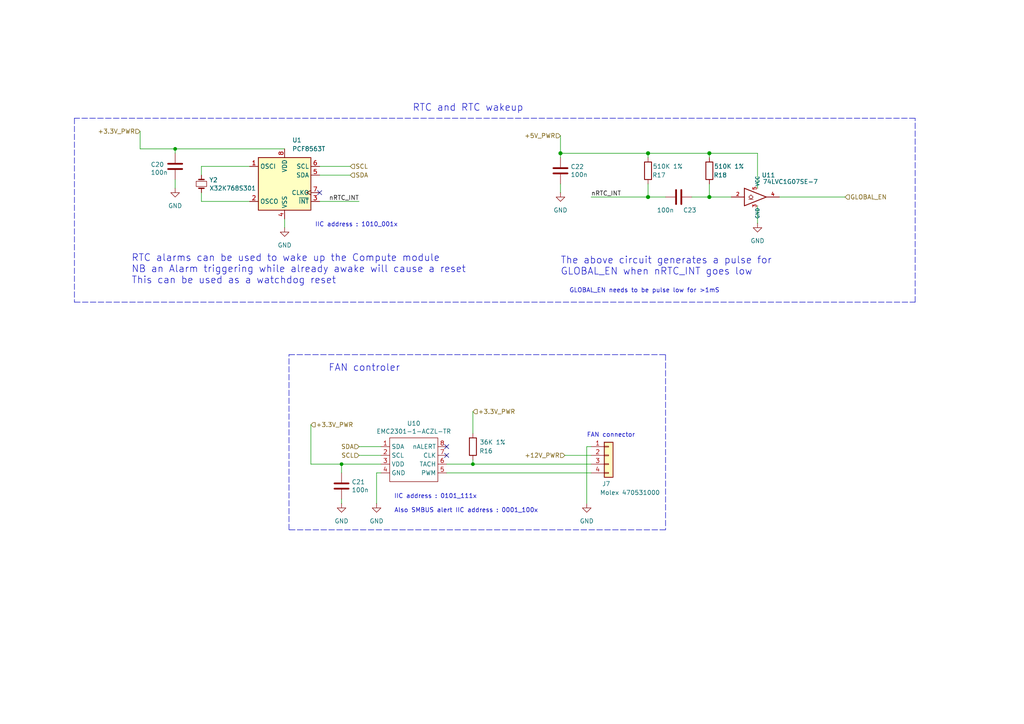
<source format=kicad_sch>
(kicad_sch (version 20231120) (generator "eeschema") (generator_version "8.0")
  (paper "A4")
  (lib_symbols
    (symbol "CM4IO:74LVC1G07_copy"
      (property "Reference" "U" (at -2.54 3.81 0))
      (property "Value" "74LVC1G07_copy" (at 0 -3.81 0))
      (symbol "74LVC1G07_copy_0_1"
        (polyline (pts (xy -2.54 -0.635) (xy -1.27 -0.635)))
        (polyline (pts (xy -3.81 2.54) (xy -3.81 -2.54) (xy 2.54 0) (xy -3.81 2.54)) (stroke (width 0.254)))
        (polyline (pts (xy -1.905 0.635) (xy -2.54 0) (xy -1.905 -0.635) (xy -1.27 0) (xy -1.905 0.635)))
      )
      (symbol "74LVC1G07_copy_1_1"
        (pin input line (at -7.62 0 0) (length 3.81) (name "~") (number "2"))
        (pin power_in line (at 0 -2.54 270) (length 0) (name "GND") (number "3"))
        (pin open_collector line (at 6.35 0 180) (length 3.81) (name "~") (number "4"))
        (pin power_in line (at 0 2.54 90) (length 0) (name "VCC") (number "5"))
      )
    )
    (symbol "CM4IO:EMC2301"
      (property "Reference" "U" (at -7.62 13.97 0))
      (property "Value" "EMC2301" (at -1.27 -1.27 0))
      (symbol "EMC2301_0_0"
        (pin open_collector line (at -11.43 10.16 0) (length 2.54) (name "SDA") (number "1"))
        (pin open_collector line (at -11.43 7.62 0) (length 2.54) (name "SCL") (number "2"))
        (pin power_in line (at -11.43 5.08 0) (length 2.54) (name "VDD") (number "3"))
        (pin power_in line (at -11.43 2.54 0) (length 2.54) (name "GND") (number "4"))
        (pin output line (at 7.62 2.54 180) (length 2.54) (name "PWM") (number "5"))
        (pin input line (at 7.62 5.08 180) (length 2.54) (name "TACH") (number "6"))
        (pin input line (at 7.62 7.62 180) (length 2.54) (name "CLK") (number "7"))
        (pin open_collector line (at 7.62 10.16 180) (length 2.54) (name "nALERT") (number "8"))
      )
      (symbol "EMC2301_0_1"
        (rectangle (start -8.89 12.7) (end 5.08 0))
      )
    )
    (symbol "Connector_Generic:Conn_01x04" (pin_names hide)
      (property "Reference" "J" (at 0 5.08 0))
      (property "Value" "Conn_01x04" (at 0 -7.62 0))
      (symbol "Conn_01x04_1_1"
        (rectangle (start -1.27 -4.953) (end 0 -5.207))
        (rectangle (start -1.27 -2.413) (end 0 -2.667))
        (rectangle (start -1.27 0.127) (end 0 -0.127))
        (rectangle (start -1.27 2.667) (end 0 2.413))
        (rectangle (start -1.27 3.81) (end 1.27 -6.35) (stroke (width 0.254)) (fill (type background)))
        (pin passive line (at -5.08 2.54 0) (length 3.81) (name "Pin_1") (number "1"))
        (pin passive line (at -5.08 0 0) (length 3.81) (name "Pin_2") (number "2"))
        (pin passive line (at -5.08 -2.54 0) (length 3.81) (name "Pin_3") (number "3"))
        (pin passive line (at -5.08 -5.08 0) (length 3.81) (name "Pin_4") (number "4"))
      )
    )
    (symbol "Device:C" (pin_numbers hide) (pin_names (offset 0.254))
      (property "Reference" "C" (at 0.635 2.54 0))
      (property "Value" "C" (at 0.635 -2.54 0))
      (symbol "C_0_1"
        (polyline (pts (xy -2.032 -0.762) (xy 2.032 -0.762)) (stroke (width 0.508)))
        (polyline (pts (xy -2.032 0.762) (xy 2.032 0.762)) (stroke (width 0.508)))
      )
      (symbol "C_1_1"
        (pin passive line (at 0 3.81 270) (length 2.794) (name "~") (number "1"))
        (pin passive line (at 0 -3.81 90) (length 2.794) (name "~") (number "2"))
      )
    )
    (symbol "Device:Crystal_Small" (pin_numbers hide) (pin_names hide)
      (property "Reference" "Y" (at 0 2.54 0))
      (property "Value" "Crystal_Small" (at 0 -2.54 0))
      (symbol "Crystal_Small_0_1"
        (rectangle (start -0.762 -1.524) (end 0.762 1.524))
        (polyline (pts (xy -1.27 -0.762) (xy -1.27 0.762)) (stroke (width 0.381)))
        (polyline (pts (xy 1.27 -0.762) (xy 1.27 0.762)) (stroke (width 0.381)))
      )
      (symbol "Crystal_Small_1_1"
        (pin passive line (at -2.54 0 0) (length 1.27) (name "1") (number "1"))
        (pin passive line (at 2.54 0 180) (length 1.27) (name "2") (number "2"))
      )
    )
    (symbol "Device:R" (pin_numbers hide) (pin_names (offset 0))
      (property "Reference" "R" (at 2.032 0 90))
      (property "Value" "R" (at 0 0 90))
      (symbol "R_0_1"
        (rectangle (start -1.016 -2.54) (end 1.016 2.54) (stroke (width 0.254)))
      )
      (symbol "R_1_1"
        (pin passive line (at 0 3.81 270) (length 1.27) (name "~") (number "1"))
        (pin passive line (at 0 -3.81 90) (length 1.27) (name "~") (number "2"))
      )
    )
    (symbol "GND_1" (power) (pin_numbers hide) (pin_names (offset 0) hide)
      (property "Value" "GND" (at 0 -3.81 0))
      (symbol "GND_1_0_1"
        (polyline (pts (xy 0 0) (xy 0 -1.27) (xy 1.27 -1.27) (xy 0 -2.54) (xy -1.27 -1.27) (xy 0 -1.27)))
      )
      (symbol "GND_1_1_1"
        (pin power_in line (at 0 0 270) (length 0) (name "~") (number "1"))
      )
    )
    (symbol "GND_2" (power) (pin_numbers hide) (pin_names (offset 0) hide)
      (property "Value" "GND" (at 0 -3.81 0))
      (symbol "GND_2_0_1"
        (polyline (pts (xy 0 0) (xy 0 -1.27) (xy 1.27 -1.27) (xy 0 -2.54) (xy -1.27 -1.27) (xy 0 -1.27)))
      )
      (symbol "GND_2_1_1"
        (pin power_in line (at 0 0 270) (length 0) (name "~") (number "1"))
      )
    )
    (symbol "GND_3" (power) (pin_numbers hide) (pin_names (offset 0) hide)
      (property "Value" "GND" (at 0 -3.81 0))
      (symbol "GND_3_0_1"
        (polyline (pts (xy 0 0) (xy 0 -1.27) (xy 1.27 -1.27) (xy 0 -2.54) (xy -1.27 -1.27) (xy 0 -1.27)))
      )
      (symbol "GND_3_1_1"
        (pin power_in line (at 0 0 270) (length 0) (name "~") (number "1"))
      )
    )
    (symbol "GND_4" (power) (pin_numbers hide) (pin_names (offset 0) hide)
      (property "Value" "GND" (at 0 -3.81 0))
      (symbol "GND_4_0_1"
        (polyline (pts (xy 0 0) (xy 0 -1.27) (xy 1.27 -1.27) (xy 0 -2.54) (xy -1.27 -1.27) (xy 0 -1.27)))
      )
      (symbol "GND_4_1_1"
        (pin power_in line (at 0 0 270) (length 0) (name "~") (number "1"))
      )
    )
    (symbol "PCF8563T_1"
      (property "Reference" "U" (at -7.62 8.89 0))
      (property "Value" "PCF8563T" (at 2.54 8.89 0))
      (symbol "PCF8563T_1_0_1"
        (rectangle (start -7.62 7.62) (end 7.62 -7.62) (stroke (width 0.254)) (fill (type background)))
      )
      (symbol "PCF8563T_1_1_1"
        (pin input line (at -10.16 5.08 0) (length 2.54) (name "OSCI") (number "1"))
        (pin output line (at -10.16 -5.08 0) (length 2.54) (name "OSCO") (number "2"))
        (pin output line (at 10.16 -5.08 180) (length 2.54) (name "~{INT}") (number "3"))
        (pin power_in line (at 0 -10.16 90) (length 2.54) (name "VSS") (number "4"))
        (pin bidirectional line (at 10.16 2.54 180) (length 2.54) (name "SDA") (number "5"))
        (pin input line (at 10.16 5.08 180) (length 2.54) (name "SCL") (number "6"))
        (pin output clock (at 10.16 -2.54 180) (length 2.54) (name "CLKO") (number "7"))
        (pin power_in line (at 0 10.16 270) (length 2.54) (name "VDD") (number "8"))
      )
    )
  )
  (junction (at 187.96 44.45) (diameter 1.016))
  (junction (at 137.16 134.62))
  (junction (at 99.06 134.62))
  (junction (at 50.8 43.18))
  (junction (at 205.74 44.45) (diameter 1.016))
  (junction (at 187.96 57.15) (diameter 1.016))
  (junction (at 205.74 57.15) (diameter 1.016))
  (junction (at 162.56 44.45) (diameter 1.016))
  (no_connect (at 129.54 129.54))
  (no_connect (at 129.54 132.08))
  (no_connect (at 92.71 55.88))
  (wire (pts (xy 171.45 57.15) (xy 187.96 57.15)))
  (wire (pts (xy 219.71 44.45) (xy 219.71 54.61)))
  (wire (pts (xy 171.45 129.54) (xy 170.18 129.54)))
  (wire (pts (xy 162.56 53.34) (xy 162.56 55.88)))
  (wire (pts (xy 187.96 44.45) (xy 187.96 45.72)))
  (wire (pts (xy 205.74 44.45) (xy 219.71 44.45)))
  (polyline (pts (xy 83.82 102.87) (xy 193.04 102.87)) (stroke (width 0) (type dash)))
  (wire (pts (xy 137.16 134.62) (xy 137.16 133.35)))
  (wire (pts (xy 58.42 55.88) (xy 58.42 58.42)))
  (wire (pts (xy 187.96 44.45) (xy 205.74 44.45)))
  (wire (pts (xy 219.71 59.69) (xy 219.71 64.77)))
  (polyline (pts (xy 21.59 34.29) (xy 21.59 87.63)) (stroke (width 0) (type dash)))
  (wire (pts (xy 58.42 48.26) (xy 72.39 48.26)))
  (wire (pts (xy 40.64 38.1) (xy 40.64 43.18)))
  (wire (pts (xy 187.96 57.15) (xy 187.96 53.34)))
  (wire (pts (xy 205.74 57.15) (xy 205.74 53.34)))
  (wire (pts (xy 129.54 137.16) (xy 171.45 137.16)))
  (wire (pts (xy 137.16 134.62) (xy 171.45 134.62)))
  (wire (pts (xy 50.8 52.07) (xy 50.8 54.61)))
  (wire (pts (xy 104.14 132.08) (xy 110.49 132.08)))
  (wire (pts (xy 129.54 134.62) (xy 137.16 134.62)))
  (polyline (pts (xy 193.04 153.67) (xy 83.82 153.67)) (stroke (width 0) (type dash)))
  (wire (pts (xy 162.56 44.45) (xy 187.96 44.45)))
  (wire (pts (xy 90.17 123.19) (xy 90.17 134.62)))
  (polyline (pts (xy 193.04 102.87) (xy 193.04 153.67)) (stroke (width 0) (type dash)))
  (polyline (pts (xy 83.82 153.67) (xy 83.82 102.87)) (stroke (width 0) (type dash)))
  (wire (pts (xy 58.42 58.42) (xy 72.39 58.42)))
  (wire (pts (xy 90.17 134.62) (xy 99.06 134.62)))
  (wire (pts (xy 226.06 57.15) (xy 245.11 57.15)))
  (wire (pts (xy 110.49 137.16) (xy 109.22 137.16)))
  (wire (pts (xy 200.66 57.15) (xy 205.74 57.15)))
  (wire (pts (xy 104.14 129.54) (xy 110.49 129.54)))
  (wire (pts (xy 162.56 39.37) (xy 162.56 44.45)))
  (wire (pts (xy 92.71 48.26) (xy 101.6 48.26)))
  (wire (pts (xy 170.18 129.54) (xy 170.18 146.05)))
  (wire (pts (xy 162.56 45.72) (xy 162.56 44.45)))
  (wire (pts (xy 50.8 43.18) (xy 50.8 44.45)))
  (wire (pts (xy 109.22 137.16) (xy 109.22 146.05)))
  (wire (pts (xy 187.96 57.15) (xy 193.04 57.15)))
  (polyline (pts (xy 265.43 87.63) (xy 265.43 34.29)) (stroke (width 0) (type dash)))
  (wire (pts (xy 99.06 134.62) (xy 110.49 134.62)))
  (wire (pts (xy 205.74 57.15) (xy 212.09 57.15)))
  (wire (pts (xy 50.8 43.18) (xy 82.55 43.18)))
  (wire (pts (xy 92.71 50.8) (xy 101.6 50.8)))
  (wire (pts (xy 58.42 50.8) (xy 58.42 48.26)))
  (wire (pts (xy 82.55 63.5) (xy 82.55 66.04)))
  (wire (pts (xy 99.06 144.78) (xy 99.06 146.05)))
  (wire (pts (xy 40.64 43.18) (xy 50.8 43.18)))
  (wire (pts (xy 205.74 44.45) (xy 205.74 45.72)))
  (wire (pts (xy 163.83 132.08) (xy 171.45 132.08)))
  (polyline (pts (xy 21.59 87.63) (xy 265.43 87.63)) (stroke (width 0) (type dash)))
  (wire (pts (xy 137.16 119.38) (xy 137.16 125.73)))
  (wire (pts (xy 92.71 58.42) (xy 104.14 58.42)))
  (polyline (pts (xy 265.43 34.29) (xy 21.59 34.29)) (stroke (width 0) (type dash)))
  (wire (pts (xy 99.06 134.62) (xy 99.06 137.16)))
  (text "The above circuit generates a pulse for\nGLOBAL_EN when nRTC_INT goes low" (at 162.56 80.01 0) (effects (font (size 2.0066 2.0066)) (justify left bottom)))
  (text "FAN connector\n" (at 170.18 127 0) (effects (font (size 1.27 1.27)) (justify left bottom)))
  (text "Also SMBUS alert IIC address : 0001_100x" (at 114.3254 148.8694 0) (effects (font (size 1.27 1.27)) (justify left bottom)))
  (text "IIC address : 1010_001x" (at 91.3638 65.9638 0) (effects (font (size 1.27 1.27)) (justify left bottom)))
  (text "GLOBAL_EN needs to be pulse low for >1mS" (at 165.1 85.09 0) (effects (font (size 1.27 1.27)) (justify left bottom)))
  (text "FAN controler" (at 95.25 107.95 0) (effects (font (size 2.0066 2.0066)) (justify left bottom)))
  (text "RTC alarms can be used to wake up the Compute module\nNB an Alarm triggering while already awake will cause a reset \nThis can be used as a watchdog reset " (at 38.1 82.55 0) (effects (font (size 2.0066 2.0066)) (justify left bottom)))
  (text "RTC and RTC wakeup" (at 119.634 32.512 0) (effects (font (size 2.0066 2.0066)) (justify left bottom)))
  (text "IIC address : 0101_111x" (at 114.3 144.78 0) (effects (font (size 1.27 1.27)) (justify left bottom)))
  (label "nRTC_INT" (at 171.45 57.15 0))
  (label "nRTC_INT" (at 104.14 58.42 180))
  (hierarchical_label "+5V_PWR" (shape input) (at 162.56 39.37 180))
  (hierarchical_label "SDA" (shape input) (at 104.14 129.54 180))
  (hierarchical_label "SCL" (shape input) (at 104.14 132.08 180))
  (hierarchical_label "+12V_PWR" (shape input) (at 163.83 132.08 180))
  (hierarchical_label "GLOBAL_EN" (shape input) (at 245.11 57.15 0))
  (hierarchical_label "+3.3V_PWR" (shape input) (at 90.17 123.19 0))
  (hierarchical_label "+3.3V_PWR" (shape input) (at 137.16 119.38 0))
  (hierarchical_label "SDA" (shape input) (at 101.6 50.8 0))
  (hierarchical_label "+3.3V_PWR" (shape input) (at 40.64 38.1 180))
  (hierarchical_label "SCL" (shape input) (at 101.6 48.26 0))
  (symbol (lib_id "Device:C") (at 99.06 140.97 0) (unit 1)
    (property "Reference" "C21" (at 101.981 139.8016 0) (effects (justify left)))
    (property "Value" "100n" (at 101.981 142.113 0) (effects (justify left)))
    (property "Footprint" "Capacitor_SMD:C_0402_1005Metric" (effects (hide yes)))
    (property "Datasheet" "https://search.murata.co.jp/Ceramy/image/img/A01X/G101/ENG/GRM155R71C104KA88-01.pdf" (effects (hide yes)))
    (property "Field4" "Farnell" (effects (hide yes)))
    (property "Field5" "2611911" (effects (hide yes)))
    (property "Field6" "RM EMK105 B7104KV-F" (effects (hide yes)))
    (property "Field7" "TAIYO YUDEN EUROPE GMBH" (effects (hide yes)))
    (property "Part Description" "	0.1uF 10% 16V Ceramic Capacitor X7R 0402 (1005 Metric)" (effects (hide yes)))
    (property "Field8" "110091611" (effects (hide yes)))
  )
  (symbol (lib_name "GND_2") (lib_id "power:GND") (at 219.71 64.77 0) (unit 1)
    (property "Reference" "#PWR043" (effects (hide yes)))
    (property "Value" "GND" (at 219.71 69.85 0))
    (property "Description" "Power symbol creates a global label with name \"GND\" , ground" (effects (hide yes)))
  )
  (symbol (lib_name "GND_2") (lib_id "power:GND") (at 162.56 55.88 0) (unit 1)
    (property "Reference" "#PWR047" (effects (hide yes)))
    (property "Value" "GND" (at 162.56 60.96 0))
    (property "Description" "Power symbol creates a global label with name \"GND\" , ground" (effects (hide yes)))
  )
  (symbol (lib_id "Device:C") (at 50.8 48.26 0) (unit 1)
    (property "Reference" "C20" (at 43.688 47.7266 0) (effects (justify left)))
    (property "Value" "100n" (at 43.688 50.038 0) (effects (justify left)))
    (property "Footprint" "Capacitor_SMD:C_0402_1005Metric" (effects (hide yes)))
    (property "Datasheet" "https://search.murata.co.jp/Ceramy/image/img/A01X/G101/ENG/GRM155R71C104KA88-01.pdf" (effects (hide yes)))
    (property "Field4" "Farnell" (effects (hide yes)))
    (property "Field5" "2611911" (effects (hide yes)))
    (property "Field6" "RM EMK105 B7104KV-F" (effects (hide yes)))
    (property "Field7" "TAIYO YUDEN EUROPE GMBH" (effects (hide yes)))
    (property "Part Description" "	0.1uF 10% 16V Ceramic Capacitor X7R 0402 (1005 Metric)" (effects (hide yes)))
    (property "Field8" "110091611" (effects (hide yes)))
  )
  (symbol (lib_id "Device:R") (at 187.96 49.53 180) (unit 1)
    (property "Reference" "R17" (at 191.135 50.8 0))
    (property "Value" "510K 1%" (at 193.675 48.26 0))
    (property "Footprint" "Resistor_SMD:R_0402_1005Metric" (effects (hide yes)))
    (property "Datasheet" "https://fscdn.rohm.com/en/products/databook/datasheet/passive/resistor/chip_resistor/mcr-e.pdf" (effects (hide yes)))
    (property "Field4" "Farnell" (effects (hide yes)))
    (property "Field5" "1458807" (effects (hide yes)))
    (property "Field7" "Rohm" (effects (hide yes)))
    (property "Field6" "MCR01MZPF5103" (effects (hide yes)))
    (property "Part Description" "Resistor 510K M1005 1% 63mW" (effects (hide yes)))
  )
  (symbol (lib_name "GND_4") (lib_id "power:GND") (at 82.55 66.04 0) (unit 1)
    (property "Reference" "#PWR044" (effects (hide yes)))
    (property "Value" "GND" (at 82.55 71.12 0))
    (property "Description" "Power symbol creates a global label with name \"GND\" , ground" (effects (hide yes)))
  )
  (symbol (lib_id "Device:Crystal_Small") (at 58.42 53.34 90) (unit 1)
    (property "Reference" "Y2" (at 60.6552 52.197 90) (effects (justify right)))
    (property "Value" "X32K768S301" (at 60.706 54.61 90) (effects (justify right)))
    (property "Footprint" "Crystal:Crystal_SMD_3215-2Pin_3.2x1.5mm" (effects (hide yes)))
    (property "Field6" "X32K768S301" (effects (hide yes)))
    (property "Field7" "AEL" (effects (hide yes)))
    (property "Part Description" "Crystal 32.768KHz 7pF 20pmm" (effects (hide yes)))
  )
  (symbol (lib_name "GND_1") (lib_id "power:GND") (at 50.8 54.61 0) (unit 1)
    (property "Reference" "#PWR098" (effects (hide yes)))
    (property "Value" "GND" (at 50.8 59.69 0))
    (property "Description" "Power symbol creates a global label with name \"GND\" , ground" (effects (hide yes)))
  )
  (symbol (lib_name "GND_4") (lib_id "power:GND") (at 170.18 146.05 0) (unit 1)
    (property "Reference" "#PWR048" (effects (hide yes)))
    (property "Value" "GND" (at 170.18 151.13 0))
    (property "Description" "Power symbol creates a global label with name \"GND\" , ground" (effects (hide yes)))
  )
  (symbol (lib_name "PCF8563T_1") (lib_id "Timer_RTC:PCF8563T") (at 82.55 53.34 0) (unit 1)
    (property "Reference" "U1" (at 84.7441 40.64 0) (effects (justify left)))
    (property "Value" "PCF8563T" (at 84.7441 43.18 0) (effects (justify left)))
    (property "Footprint" "Package_SO:SOIC-8_3.9x4.9mm_P1.27mm" (effects (hide yes)))
    (property "Datasheet" "https://www.nxp.com/docs/en/data-sheet/PCF8563.pdf" (effects (hide yes)))
    (property "Description" "Realtime Clock/Calendar I2C Interface, SOIC-8" (effects (hide yes)))
  )
  (symbol (lib_name "GND_3") (lib_id "power:GND") (at 99.06 146.05 0) (unit 1)
    (property "Reference" "#PWR045" (effects (hide yes)))
    (property "Value" "GND" (at 99.06 151.13 0))
    (property "Description" "Power symbol creates a global label with name \"GND\" , ground" (effects (hide yes)))
  )
  (symbol (lib_id "CM4IO:EMC2301") (at 121.92 139.7 0) (unit 1)
    (property "Reference" "U10" (at 120.015 122.809 0))
    (property "Value" "EMC2301-1-ACZL-TR" (at 120.015 125.1204 0))
    (property "Footprint" "Package_SO:MSOP-8_3x3mm_P0.65mm" (effects (hide yes)))
    (property "Datasheet" "https://ww1.microchip.com/downloads/en/DeviceDoc/2301.pdf" (effects (hide yes)))
    (property "Field4" "Digikey" (effects (hide yes)))
    (property "Field5" "EMC2301-1-ACZL-CT-ND" (effects (hide yes)))
    (property "Field6" "EMC2301-1-ACZL-TR" (effects (hide yes)))
    (property "Field7" "Microchip" (effects (hide yes)))
    (property "Part Description" "Motor Driver PWM 8-MSOP" (effects (hide yes)))
  )
  (symbol (lib_id "Device:R") (at 205.74 49.53 180) (unit 1)
    (property "Reference" "R18" (at 208.915 50.8 0))
    (property "Value" "510K 1%" (at 211.455 48.26 0))
    (property "Footprint" "Resistor_SMD:R_0402_1005Metric" (effects (hide yes)))
    (property "Datasheet" "https://fscdn.rohm.com/en/products/databook/datasheet/passive/resistor/chip_resistor/mcr-e.pdf" (effects (hide yes)))
    (property "Field4" "Farnell" (effects (hide yes)))
    (property "Field5" "1458807" (effects (hide yes)))
    (property "Field7" "Rohm" (effects (hide yes)))
    (property "Field6" "MCR01MZPF5103" (effects (hide yes)))
    (property "Part Description" "Resistor 510K M1005 1% 63mW" (effects (hide yes)))
  )
  (symbol (lib_name "GND_4") (lib_id "power:GND") (at 109.22 146.05 0) (unit 1)
    (property "Reference" "#PWR046" (effects (hide yes)))
    (property "Value" "GND" (at 109.22 151.13 0))
    (property "Description" "Power symbol creates a global label with name \"GND\" , ground" (effects (hide yes)))
  )
  (symbol (lib_id "Device:R") (at 137.16 129.54 180) (unit 1)
    (property "Reference" "R16" (at 140.97 130.81 0))
    (property "Value" "36K 1%" (at 142.875 128.27 0))
    (property "Footprint" "Resistor_SMD:R_0402_1005Metric" (effects (hide yes)))
    (property "Datasheet" "https://fscdn.rohm.com/en/products/databook/datasheet/passive/resistor/chip_resistor/mcr-e.pdf" (effects (hide yes)))
    (property "Field4" "Farnell" (effects (hide yes)))
    (property "Field5" "1458788" (effects (hide yes)))
    (property "Field7" "Rohm" (effects (hide yes)))
    (property "Field6" "MCR01MZPF3602" (effects (hide yes)))
    (property "Part Description" "Resistor 36K M1005 1% 63mW" (effects (hide yes)))
  )
  (symbol (lib_id "CM4IO:74LVC1G07_copy") (at 219.71 57.15 0) (unit 1)
    (property "Reference" "U11" (at 222.885 50.8 0))
    (property "Value" "74LVC1G07SE-7" (at 229.235 52.705 0))
    (property "Footprint" "Package_TO_SOT_SMD:SOT-353_SC-70-5" (effects (hide yes)))
    (property "Datasheet" "https://www.diodes.com/assets/Datasheets/74LVC1G07.pdf" (effects (hide yes)))
    (property "Field4" "Farnell" (effects (hide yes)))
    (property "Field5" "2425492" (effects (hide yes)))
    (property "Field6" "74LVC1G07SE-7" (effects (hide yes)))
    (property "Field7" "Diodes" (effects (hide yes)))
    (property "Part Description" "Buffer, Non-Inverting 1 Element 1 Bit per Element Open Drain Output SOT-353" (effects (hide yes)))
  )
  (symbol (lib_id "Device:C") (at 196.85 57.15 270) (unit 1)
    (property "Reference" "C23" (at 198.12 60.96 90) (effects (justify left)))
    (property "Value" "100n" (at 190.5 60.96 90) (effects (justify left)))
    (property "Footprint" "Capacitor_SMD:C_0402_1005Metric" (effects (hide yes)))
    (property "Datasheet" "https://search.murata.co.jp/Ceramy/image/img/A01X/G101/ENG/GRM155R71C104KA88-01.pdf" (effects (hide yes)))
    (property "Field4" "Farnell" (effects (hide yes)))
    (property "Field5" "2611911" (effects (hide yes)))
    (property "Field6" "RM EMK105 B7104KV-F" (effects (hide yes)))
    (property "Field7" "TAIYO YUDEN EUROPE GMBH" (effects (hide yes)))
    (property "Part Description" "	0.1uF 10% 16V Ceramic Capacitor X7R 0402 (1005 Metric)" (effects (hide yes)))
    (property "Field8" "110091611" (effects (hide yes)))
  )
  (symbol (lib_id "Connector_Generic:Conn_01x04") (at 176.53 132.08 0) (unit 1)
    (property "Reference" "J7" (at 174.625 140.335 0) (effects (justify left)))
    (property "Value" "Molex 470531000" (at 173.99 142.875 0) (effects (justify left)))
    (property "Footprint" "Connector:FanPinHeader_1x04_P2.54mm_Vertical" (effects (hide yes)))
    (property "Datasheet" "https://www.molex.com/pdm_docs/sd/470531000_sd.pdf" (effects (hide yes)))
    (property "Field4" "Farnell" (effects (hide yes)))
    (property "Field5" "	2313705" (effects (hide yes)))
    (property "Field6" "470531000" (effects (hide yes)))
    (property "Field7" "Molex" (effects (hide yes)))
    (property "Part Description" "	Connector Header Through Hole 4 position 0.100\" (2.54mm)" (effects (hide yes)))
  )
  (symbol (lib_id "Device:C") (at 162.56 49.53 0) (unit 1)
    (property "Reference" "C22" (at 165.481 48.3616 0) (effects (justify left)))
    (property "Value" "100n" (at 165.481 50.673 0) (effects (justify left)))
    (property "Footprint" "Capacitor_SMD:C_0402_1005Metric" (effects (hide yes)))
    (property "Datasheet" "https://search.murata.co.jp/Ceramy/image/img/A01X/G101/ENG/GRM155R71C104KA88-01.pdf" (effects (hide yes)))
    (property "Field4" "Farnell" (effects (hide yes)))
    (property "Field5" "2611911" (effects (hide yes)))
    (property "Field6" "RM EMK105 B7104KV-F" (effects (hide yes)))
    (property "Field7" "TAIYO YUDEN EUROPE GMBH" (effects (hide yes)))
    (property "Part Description" "	0.1uF 10% 16V Ceramic Capacitor X7R 0402 (1005 Metric)" (effects (hide yes)))
    (property "Field8" "110091611" (effects (hide yes)))
  )
)
</source>
